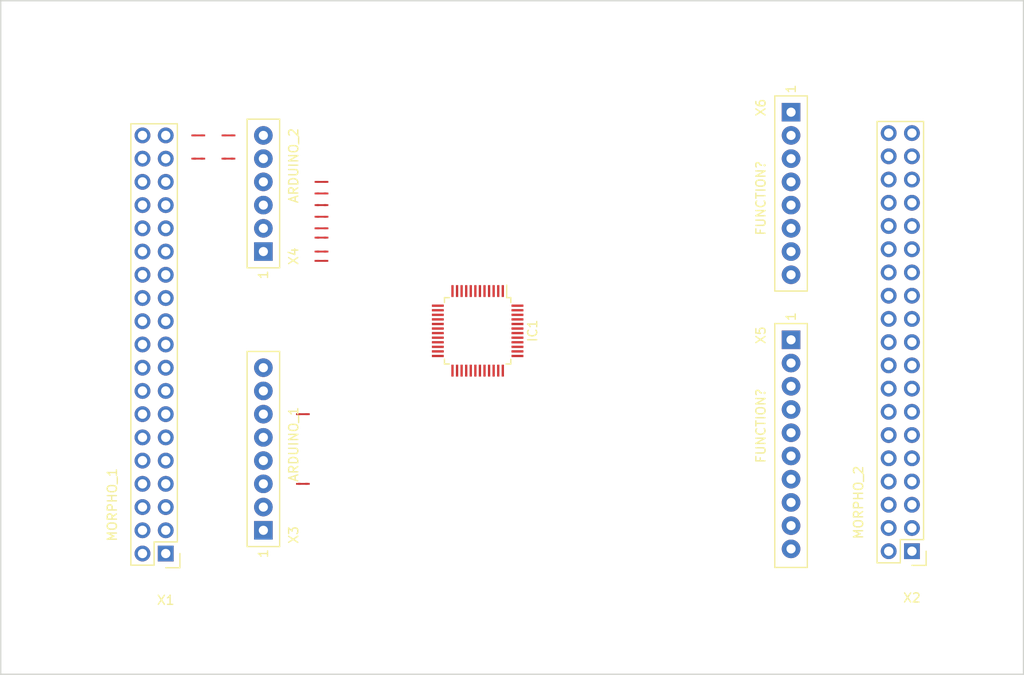
<source format=kicad_pcb>
(kicad_pcb (version 4) (host pcbnew 4.0.4-stable)

  (general
    (links 28)
    (no_connects 28)
    (area 93.904999 83.744999 205.815001 157.555001)
    (thickness 1.6)
    (drawings 4)
    (tracks 0)
    (zones 0)
    (modules 21)
    (nets 24)
  )

  (page A4)
  (layers
    (0 F.Cu signal)
    (31 B.Cu signal)
    (32 B.Adhes user)
    (33 F.Adhes user)
    (34 B.Paste user)
    (35 F.Paste user)
    (36 B.SilkS user)
    (37 F.SilkS user)
    (38 B.Mask user)
    (39 F.Mask user)
    (40 Dwgs.User user)
    (41 Cmts.User user)
    (42 Eco1.User user)
    (43 Eco2.User user)
    (44 Edge.Cuts user)
    (45 Margin user)
    (46 B.CrtYd user)
    (47 F.CrtYd user)
    (48 B.Fab user)
    (49 F.Fab user)
  )

  (setup
    (last_trace_width 0.25)
    (trace_clearance 0.2)
    (zone_clearance 0.508)
    (zone_45_only no)
    (trace_min 0.2)
    (segment_width 0.2)
    (edge_width 0.15)
    (via_size 0.6)
    (via_drill 0.4)
    (via_min_size 0.4)
    (via_min_drill 0.3)
    (uvia_size 0.3)
    (uvia_drill 0.1)
    (uvias_allowed no)
    (uvia_min_size 0.2)
    (uvia_min_drill 0.1)
    (pcb_text_width 0.3)
    (pcb_text_size 1.5 1.5)
    (mod_edge_width 0.15)
    (mod_text_size 1 1)
    (mod_text_width 0.15)
    (pad_size 1.524 1.524)
    (pad_drill 0.762)
    (pad_to_mask_clearance 0.2)
    (aux_axis_origin 0 0)
    (visible_elements FFFFEF7F)
    (pcbplotparams
      (layerselection 0x00030_80000001)
      (usegerberextensions false)
      (excludeedgelayer true)
      (linewidth 0.100000)
      (plotframeref false)
      (viasonmask false)
      (mode 1)
      (useauxorigin false)
      (hpglpennumber 1)
      (hpglpenspeed 20)
      (hpglpendiameter 15)
      (hpglpenoverlay 2)
      (psnegative false)
      (psa4output false)
      (plotreference true)
      (plotvalue true)
      (plotinvisibletext false)
      (padsonsilk false)
      (subtractmaskfromsilk false)
      (outputformat 1)
      (mirror false)
      (drillshape 1)
      (scaleselection 1)
      (outputdirectory ""))
  )

  (net 0 "")
  (net 1 P3V3)
  (net 2 GND)
  (net 3 MCU_RST_N)
  (net 4 MCU_PA0)
  (net 5 MCU_PA1)
  (net 6 MCU_PA4)
  (net 7 MCU_PB0)
  (net 8 MORPHO_RST_N)
  (net 9 MORPHO_PA0)
  (net 10 MORPHO_PA1)
  (net 11 MORPHO_PA4)
  (net 12 MORPHO_PB0)
  (net 13 MORPHO_A4)
  (net 14 MORPHO_ARDU_A4)
  (net 15 MORPHO_A5)
  (net 16 MORPHO_ARDU_A5)
  (net 17 ARDU_RST_N)
  (net 18 ARDU_A0)
  (net 19 ARDU_A1)
  (net 20 ARDU_A2)
  (net 21 ARDU_A3)
  (net 22 ARDU_A4)
  (net 23 ARDU_A5)

  (net_class Default "This is the default net class."
    (clearance 0.2)
    (trace_width 0.25)
    (via_dia 0.6)
    (via_drill 0.4)
    (uvia_dia 0.3)
    (uvia_drill 0.1)
    (add_net ARDU_A0)
    (add_net ARDU_A1)
    (add_net ARDU_A2)
    (add_net ARDU_A3)
    (add_net ARDU_A4)
    (add_net ARDU_A5)
    (add_net ARDU_RST_N)
    (add_net GND)
    (add_net MCU_PA0)
    (add_net MCU_PA1)
    (add_net MCU_PA4)
    (add_net MCU_PB0)
    (add_net MCU_RST_N)
    (add_net MORPHO_A4)
    (add_net MORPHO_A5)
    (add_net MORPHO_ARDU_A4)
    (add_net MORPHO_ARDU_A5)
    (add_net MORPHO_PA0)
    (add_net MORPHO_PA1)
    (add_net MORPHO_PA4)
    (add_net MORPHO_PB0)
    (add_net MORPHO_RST_N)
    (add_net P3V3)
  )

  (module bel_netchanger:N_0.2MM (layer F.Cu) (tedit 585A8500) (tstamp 5874FA3A)
    (at 118.872 98.552 180)
    (descr "NetChanger 0.2MM")
    (tags "NetChanger 0.2MM")
    (path /58751184/5875136E)
    (attr virtual)
    (fp_text reference N707 (at 0 -1.9 180) (layer F.SilkS) hide
      (effects (font (size 1 1) (thickness 0.15)))
    )
    (fp_text value NetChanger (at 0 1.9 180) (layer F.Fab) hide
      (effects (font (size 1 1) (thickness 0.15)))
    )
    (fp_line (start -0.5 0) (end 0.5 0) (layer F.Cu) (width 0.2))
    (pad 1 smd rect (at -0.5 0 180) (size 0.5 0.2) (layers F.Cu)
      (net 23 ARDU_A5))
    (pad 2 smd rect (at 0.5 0 180) (size 0.5 0.2) (layers F.Cu)
      (net 16 MORPHO_ARDU_A5))
  )

  (module bel_netchanger:N_0.2MM (layer F.Cu) (tedit 585A8500) (tstamp 5874FA33)
    (at 118.864 101.092 180)
    (descr "NetChanger 0.2MM")
    (tags "NetChanger 0.2MM")
    (path /58751184/58751367)
    (attr virtual)
    (fp_text reference N706 (at 0 -1.9 180) (layer F.SilkS) hide
      (effects (font (size 1 1) (thickness 0.15)))
    )
    (fp_text value NetChanger (at 0 1.9 180) (layer F.Fab) hide
      (effects (font (size 1 1) (thickness 0.15)))
    )
    (fp_line (start -0.5 0) (end 0.5 0) (layer F.Cu) (width 0.2))
    (pad 1 smd rect (at -0.5 0 180) (size 0.5 0.2) (layers F.Cu)
      (net 22 ARDU_A4))
    (pad 2 smd rect (at 0.5 0 180) (size 0.5 0.2) (layers F.Cu)
      (net 14 MORPHO_ARDU_A4))
  )

  (module bel_netchanger:N_0.2MM (layer F.Cu) (tedit 585A8500) (tstamp 5874FA2C)
    (at 129.032 103.632)
    (descr "NetChanger 0.2MM")
    (tags "NetChanger 0.2MM")
    (path /58751184/58751360)
    (attr virtual)
    (fp_text reference N705 (at 0 -1.9) (layer F.SilkS) hide
      (effects (font (size 1 1) (thickness 0.15)))
    )
    (fp_text value NetChanger (at 0 1.9) (layer F.Fab) hide
      (effects (font (size 1 1) (thickness 0.15)))
    )
    (fp_line (start -0.5 0) (end 0.5 0) (layer F.Cu) (width 0.2))
    (pad 1 smd rect (at -0.5 0) (size 0.5 0.2) (layers F.Cu)
      (net 21 ARDU_A3))
    (pad 2 smd rect (at 0.5 0) (size 0.5 0.2) (layers F.Cu)
      (net 7 MCU_PB0))
  )

  (module bel_netchanger:N_0.2MM (layer F.Cu) (tedit 585A8500) (tstamp 5874FA25)
    (at 129.032 106.172)
    (descr "NetChanger 0.2MM")
    (tags "NetChanger 0.2MM")
    (path /58751184/58751359)
    (attr virtual)
    (fp_text reference N704 (at 0 -1.9) (layer F.SilkS) hide
      (effects (font (size 1 1) (thickness 0.15)))
    )
    (fp_text value NetChanger (at 0 1.9) (layer F.Fab) hide
      (effects (font (size 1 1) (thickness 0.15)))
    )
    (fp_line (start -0.5 0) (end 0.5 0) (layer F.Cu) (width 0.2))
    (pad 1 smd rect (at -0.5 0) (size 0.5 0.2) (layers F.Cu)
      (net 20 ARDU_A2))
    (pad 2 smd rect (at 0.5 0) (size 0.5 0.2) (layers F.Cu)
      (net 6 MCU_PA4))
  )

  (module bel_netchanger:N_0.2MM (layer F.Cu) (tedit 585A8500) (tstamp 5874FA1E)
    (at 129.032 108.712)
    (descr "NetChanger 0.2MM")
    (tags "NetChanger 0.2MM")
    (path /58751184/58751352)
    (attr virtual)
    (fp_text reference N703 (at 0 -1.9) (layer F.SilkS) hide
      (effects (font (size 1 1) (thickness 0.15)))
    )
    (fp_text value NetChanger (at 0 1.9) (layer F.Fab) hide
      (effects (font (size 1 1) (thickness 0.15)))
    )
    (fp_line (start -0.5 0) (end 0.5 0) (layer F.Cu) (width 0.2))
    (pad 1 smd rect (at -0.5 0) (size 0.5 0.2) (layers F.Cu)
      (net 19 ARDU_A1))
    (pad 2 smd rect (at 0.5 0) (size 0.5 0.2) (layers F.Cu)
      (net 5 MCU_PA1))
  )

  (module bel_netchanger:N_0.2MM (layer F.Cu) (tedit 585A8500) (tstamp 5874FA17)
    (at 129.032 111.252)
    (descr "NetChanger 0.2MM")
    (tags "NetChanger 0.2MM")
    (path /58751184/5875134B)
    (attr virtual)
    (fp_text reference N702 (at 0 -1.9) (layer F.SilkS) hide
      (effects (font (size 1 1) (thickness 0.15)))
    )
    (fp_text value NetChanger (at 0 1.9) (layer F.Fab) hide
      (effects (font (size 1 1) (thickness 0.15)))
    )
    (fp_line (start -0.5 0) (end 0.5 0) (layer F.Cu) (width 0.2))
    (pad 1 smd rect (at -0.5 0) (size 0.5 0.2) (layers F.Cu)
      (net 18 ARDU_A0))
    (pad 2 smd rect (at 0.5 0) (size 0.5 0.2) (layers F.Cu)
      (net 4 MCU_PA0))
  )

  (module bel_netchanger:N_0.2MM (layer F.Cu) (tedit 585A8500) (tstamp 5874FA10)
    (at 127 136.652)
    (descr "NetChanger 0.2MM")
    (tags "NetChanger 0.2MM")
    (path /58751184/58751344)
    (attr virtual)
    (fp_text reference N701 (at 0 -1.9) (layer F.SilkS) hide
      (effects (font (size 1 1) (thickness 0.15)))
    )
    (fp_text value NetChanger (at 0 1.9) (layer F.Fab) hide
      (effects (font (size 1 1) (thickness 0.15)))
    )
    (fp_line (start -0.5 0) (end 0.5 0) (layer F.Cu) (width 0.2))
    (pad 1 smd rect (at -0.5 0) (size 0.5 0.2) (layers F.Cu)
      (net 17 ARDU_RST_N))
    (pad 2 smd rect (at 0.5 0) (size 0.5 0.2) (layers F.Cu)
      (net 3 MCU_RST_N))
  )

  (module bel_netchanger:N_0.2MM (layer F.Cu) (tedit 585A8500) (tstamp 5874FA09)
    (at 115.57 98.552)
    (descr "NetChanger 0.2MM")
    (tags "NetChanger 0.2MM")
    (path /5875097F/58750DC6)
    (attr virtual)
    (fp_text reference N607 (at 0 -1.9) (layer F.SilkS) hide
      (effects (font (size 1 1) (thickness 0.15)))
    )
    (fp_text value NetChanger (at 0 1.9) (layer F.Fab) hide
      (effects (font (size 1 1) (thickness 0.15)))
    )
    (fp_line (start -0.5 0) (end 0.5 0) (layer F.Cu) (width 0.2))
    (pad 1 smd rect (at -0.5 0) (size 0.5 0.2) (layers F.Cu)
      (net 15 MORPHO_A5))
    (pad 2 smd rect (at 0.5 0) (size 0.5 0.2) (layers F.Cu)
      (net 16 MORPHO_ARDU_A5))
  )

  (module bel_netchanger:N_0.2MM (layer F.Cu) (tedit 585A8500) (tstamp 5874FA02)
    (at 115.57 101.092)
    (descr "NetChanger 0.2MM")
    (tags "NetChanger 0.2MM")
    (path /5875097F/58750DBF)
    (attr virtual)
    (fp_text reference N606 (at 0 -1.9) (layer F.SilkS) hide
      (effects (font (size 1 1) (thickness 0.15)))
    )
    (fp_text value NetChanger (at 0 1.9) (layer F.Fab) hide
      (effects (font (size 1 1) (thickness 0.15)))
    )
    (fp_line (start -0.5 0) (end 0.5 0) (layer F.Cu) (width 0.2))
    (pad 1 smd rect (at -0.5 0) (size 0.5 0.2) (layers F.Cu)
      (net 13 MORPHO_A4))
    (pad 2 smd rect (at 0.5 0) (size 0.5 0.2) (layers F.Cu)
      (net 14 MORPHO_ARDU_A4))
  )

  (module bel_netchanger:N_0.2MM (layer F.Cu) (tedit 585A8500) (tstamp 5874F9FB)
    (at 129.032 104.902)
    (descr "NetChanger 0.2MM")
    (tags "NetChanger 0.2MM")
    (path /5875097F/58750DB8)
    (attr virtual)
    (fp_text reference N605 (at 0 -1.9) (layer F.SilkS) hide
      (effects (font (size 1 1) (thickness 0.15)))
    )
    (fp_text value NetChanger (at 0 1.9) (layer F.Fab) hide
      (effects (font (size 1 1) (thickness 0.15)))
    )
    (fp_line (start -0.5 0) (end 0.5 0) (layer F.Cu) (width 0.2))
    (pad 1 smd rect (at -0.5 0) (size 0.5 0.2) (layers F.Cu)
      (net 12 MORPHO_PB0))
    (pad 2 smd rect (at 0.5 0) (size 0.5 0.2) (layers F.Cu)
      (net 7 MCU_PB0))
  )

  (module bel_netchanger:N_0.2MM (layer F.Cu) (tedit 585A8500) (tstamp 5874F9F4)
    (at 129.032 107.442)
    (descr "NetChanger 0.2MM")
    (tags "NetChanger 0.2MM")
    (path /5875097F/58750DB1)
    (attr virtual)
    (fp_text reference N604 (at 0 -1.9) (layer F.SilkS) hide
      (effects (font (size 1 1) (thickness 0.15)))
    )
    (fp_text value NetChanger (at 0 1.9) (layer F.Fab) hide
      (effects (font (size 1 1) (thickness 0.15)))
    )
    (fp_line (start -0.5 0) (end 0.5 0) (layer F.Cu) (width 0.2))
    (pad 1 smd rect (at -0.5 0) (size 0.5 0.2) (layers F.Cu)
      (net 11 MORPHO_PA4))
    (pad 2 smd rect (at 0.5 0) (size 0.5 0.2) (layers F.Cu)
      (net 6 MCU_PA4))
  )

  (module bel_netchanger:N_0.2MM (layer F.Cu) (tedit 585A8500) (tstamp 5874F9ED)
    (at 129.032 109.728)
    (descr "NetChanger 0.2MM")
    (tags "NetChanger 0.2MM")
    (path /5875097F/58750DAA)
    (attr virtual)
    (fp_text reference N603 (at 0 -1.9) (layer F.SilkS) hide
      (effects (font (size 1 1) (thickness 0.15)))
    )
    (fp_text value NetChanger (at 0 1.9) (layer F.Fab) hide
      (effects (font (size 1 1) (thickness 0.15)))
    )
    (fp_line (start -0.5 0) (end 0.5 0) (layer F.Cu) (width 0.2))
    (pad 1 smd rect (at -0.5 0) (size 0.5 0.2) (layers F.Cu)
      (net 10 MORPHO_PA1))
    (pad 2 smd rect (at 0.5 0) (size 0.5 0.2) (layers F.Cu)
      (net 5 MCU_PA1))
  )

  (module bel_netchanger:N_0.2MM (layer F.Cu) (tedit 585A8500) (tstamp 5874F9E6)
    (at 129.024 112.268)
    (descr "NetChanger 0.2MM")
    (tags "NetChanger 0.2MM")
    (path /5875097F/58750DA3)
    (attr virtual)
    (fp_text reference N602 (at 0 -1.9) (layer F.SilkS) hide
      (effects (font (size 1 1) (thickness 0.15)))
    )
    (fp_text value NetChanger (at 0 1.9) (layer F.Fab) hide
      (effects (font (size 1 1) (thickness 0.15)))
    )
    (fp_line (start -0.5 0) (end 0.5 0) (layer F.Cu) (width 0.2))
    (pad 1 smd rect (at -0.5 0) (size 0.5 0.2) (layers F.Cu)
      (net 9 MORPHO_PA0))
    (pad 2 smd rect (at 0.5 0) (size 0.5 0.2) (layers F.Cu)
      (net 4 MCU_PA0))
  )

  (module bel_netchanger:N_0.2MM (layer F.Cu) (tedit 585A8500) (tstamp 5874F9DF)
    (at 127 129.032)
    (descr "NetChanger 0.2MM")
    (tags "NetChanger 0.2MM")
    (path /5875097F/58750D9C)
    (attr virtual)
    (fp_text reference N601 (at 0 -1.9) (layer F.SilkS) hide
      (effects (font (size 1 1) (thickness 0.15)))
    )
    (fp_text value NetChanger (at 0 1.9) (layer F.Fab) hide
      (effects (font (size 1 1) (thickness 0.15)))
    )
    (fp_line (start -0.5 0) (end 0.5 0) (layer F.Cu) (width 0.2))
    (pad 1 smd rect (at -0.5 0) (size 0.5 0.2) (layers F.Cu)
      (net 8 MORPHO_RST_N))
    (pad 2 smd rect (at 0.5 0) (size 0.5 0.2) (layers F.Cu)
      (net 3 MCU_RST_N))
  )

  (module bel_ic:LQFP-48_7x7mm_Pitch0.5mm (layer F.Cu) (tedit 54130A77) (tstamp 586AA15E)
    (at 146.094 119.92 270)
    (descr "48 LEAD LQFP 7x7mm (see MICREL LQFP7x7-48LD-PL-1.pdf)")
    (tags "QFP 0.5")
    (path /5865353F/58669817)
    (attr smd)
    (fp_text reference IC1 (at 0 -6 270) (layer F.SilkS)
      (effects (font (size 1 1) (thickness 0.15)))
    )
    (fp_text value STM32F030C6Tx (at 0 6 270) (layer F.Fab)
      (effects (font (size 1 1) (thickness 0.15)))
    )
    (fp_text user %R (at 0 0 270) (layer F.Fab)
      (effects (font (size 1 1) (thickness 0.15)))
    )
    (fp_line (start -2.5 -3.5) (end 3.5 -3.5) (layer F.Fab) (width 0.15))
    (fp_line (start 3.5 -3.5) (end 3.5 3.5) (layer F.Fab) (width 0.15))
    (fp_line (start 3.5 3.5) (end -3.5 3.5) (layer F.Fab) (width 0.15))
    (fp_line (start -3.5 3.5) (end -3.5 -2.5) (layer F.Fab) (width 0.15))
    (fp_line (start -3.5 -2.5) (end -2.5 -3.5) (layer F.Fab) (width 0.15))
    (fp_line (start -5.25 -5.25) (end -5.25 5.25) (layer F.CrtYd) (width 0.05))
    (fp_line (start 5.25 -5.25) (end 5.25 5.25) (layer F.CrtYd) (width 0.05))
    (fp_line (start -5.25 -5.25) (end 5.25 -5.25) (layer F.CrtYd) (width 0.05))
    (fp_line (start -5.25 5.25) (end 5.25 5.25) (layer F.CrtYd) (width 0.05))
    (fp_line (start -3.625 -3.625) (end -3.625 -3.175) (layer F.SilkS) (width 0.15))
    (fp_line (start 3.625 -3.625) (end 3.625 -3.1) (layer F.SilkS) (width 0.15))
    (fp_line (start 3.625 3.625) (end 3.625 3.1) (layer F.SilkS) (width 0.15))
    (fp_line (start -3.625 3.625) (end -3.625 3.1) (layer F.SilkS) (width 0.15))
    (fp_line (start -3.625 -3.625) (end -3.1 -3.625) (layer F.SilkS) (width 0.15))
    (fp_line (start -3.625 3.625) (end -3.1 3.625) (layer F.SilkS) (width 0.15))
    (fp_line (start 3.625 3.625) (end 3.1 3.625) (layer F.SilkS) (width 0.15))
    (fp_line (start 3.625 -3.625) (end 3.1 -3.625) (layer F.SilkS) (width 0.15))
    (fp_line (start -3.625 -3.175) (end -5 -3.175) (layer F.SilkS) (width 0.15))
    (pad 1 smd rect (at -4.35 -2.75 270) (size 1.3 0.25) (layers F.Cu F.Paste F.Mask))
    (pad 2 smd rect (at -4.35 -2.25 270) (size 1.3 0.25) (layers F.Cu F.Paste F.Mask))
    (pad 3 smd rect (at -4.35 -1.75 270) (size 1.3 0.25) (layers F.Cu F.Paste F.Mask))
    (pad 4 smd rect (at -4.35 -1.25 270) (size 1.3 0.25) (layers F.Cu F.Paste F.Mask))
    (pad 5 smd rect (at -4.35 -0.75 270) (size 1.3 0.25) (layers F.Cu F.Paste F.Mask))
    (pad 6 smd rect (at -4.35 -0.25 270) (size 1.3 0.25) (layers F.Cu F.Paste F.Mask))
    (pad 7 smd rect (at -4.35 0.25 270) (size 1.3 0.25) (layers F.Cu F.Paste F.Mask)
      (net 3 MCU_RST_N))
    (pad 8 smd rect (at -4.35 0.75 270) (size 1.3 0.25) (layers F.Cu F.Paste F.Mask))
    (pad 9 smd rect (at -4.35 1.25 270) (size 1.3 0.25) (layers F.Cu F.Paste F.Mask))
    (pad 10 smd rect (at -4.35 1.75 270) (size 1.3 0.25) (layers F.Cu F.Paste F.Mask)
      (net 4 MCU_PA0))
    (pad 11 smd rect (at -4.35 2.25 270) (size 1.3 0.25) (layers F.Cu F.Paste F.Mask)
      (net 5 MCU_PA1))
    (pad 12 smd rect (at -4.35 2.75 270) (size 1.3 0.25) (layers F.Cu F.Paste F.Mask))
    (pad 13 smd rect (at -2.75 4.35) (size 1.3 0.25) (layers F.Cu F.Paste F.Mask))
    (pad 14 smd rect (at -2.25 4.35) (size 1.3 0.25) (layers F.Cu F.Paste F.Mask)
      (net 6 MCU_PA4))
    (pad 15 smd rect (at -1.75 4.35) (size 1.3 0.25) (layers F.Cu F.Paste F.Mask))
    (pad 16 smd rect (at -1.25 4.35) (size 1.3 0.25) (layers F.Cu F.Paste F.Mask))
    (pad 17 smd rect (at -0.75 4.35) (size 1.3 0.25) (layers F.Cu F.Paste F.Mask))
    (pad 18 smd rect (at -0.25 4.35) (size 1.3 0.25) (layers F.Cu F.Paste F.Mask)
      (net 7 MCU_PB0))
    (pad 19 smd rect (at 0.25 4.35) (size 1.3 0.25) (layers F.Cu F.Paste F.Mask))
    (pad 20 smd rect (at 0.75 4.35) (size 1.3 0.25) (layers F.Cu F.Paste F.Mask))
    (pad 21 smd rect (at 1.25 4.35) (size 1.3 0.25) (layers F.Cu F.Paste F.Mask))
    (pad 22 smd rect (at 1.75 4.35) (size 1.3 0.25) (layers F.Cu F.Paste F.Mask))
    (pad 23 smd rect (at 2.25 4.35) (size 1.3 0.25) (layers F.Cu F.Paste F.Mask))
    (pad 24 smd rect (at 2.75 4.35) (size 1.3 0.25) (layers F.Cu F.Paste F.Mask))
    (pad 25 smd rect (at 4.35 2.75 270) (size 1.3 0.25) (layers F.Cu F.Paste F.Mask))
    (pad 26 smd rect (at 4.35 2.25 270) (size 1.3 0.25) (layers F.Cu F.Paste F.Mask))
    (pad 27 smd rect (at 4.35 1.75 270) (size 1.3 0.25) (layers F.Cu F.Paste F.Mask))
    (pad 28 smd rect (at 4.35 1.25 270) (size 1.3 0.25) (layers F.Cu F.Paste F.Mask))
    (pad 29 smd rect (at 4.35 0.75 270) (size 1.3 0.25) (layers F.Cu F.Paste F.Mask))
    (pad 30 smd rect (at 4.35 0.25 270) (size 1.3 0.25) (layers F.Cu F.Paste F.Mask))
    (pad 31 smd rect (at 4.35 -0.25 270) (size 1.3 0.25) (layers F.Cu F.Paste F.Mask))
    (pad 32 smd rect (at 4.35 -0.75 270) (size 1.3 0.25) (layers F.Cu F.Paste F.Mask))
    (pad 33 smd rect (at 4.35 -1.25 270) (size 1.3 0.25) (layers F.Cu F.Paste F.Mask))
    (pad 34 smd rect (at 4.35 -1.75 270) (size 1.3 0.25) (layers F.Cu F.Paste F.Mask))
    (pad 35 smd rect (at 4.35 -2.25 270) (size 1.3 0.25) (layers F.Cu F.Paste F.Mask))
    (pad 36 smd rect (at 4.35 -2.75 270) (size 1.3 0.25) (layers F.Cu F.Paste F.Mask))
    (pad 37 smd rect (at 2.75 -4.35) (size 1.3 0.25) (layers F.Cu F.Paste F.Mask))
    (pad 38 smd rect (at 2.25 -4.35) (size 1.3 0.25) (layers F.Cu F.Paste F.Mask))
    (pad 39 smd rect (at 1.75 -4.35) (size 1.3 0.25) (layers F.Cu F.Paste F.Mask))
    (pad 40 smd rect (at 1.25 -4.35) (size 1.3 0.25) (layers F.Cu F.Paste F.Mask))
    (pad 41 smd rect (at 0.75 -4.35) (size 1.3 0.25) (layers F.Cu F.Paste F.Mask))
    (pad 42 smd rect (at 0.25 -4.35) (size 1.3 0.25) (layers F.Cu F.Paste F.Mask))
    (pad 43 smd rect (at -0.25 -4.35) (size 1.3 0.25) (layers F.Cu F.Paste F.Mask))
    (pad 44 smd rect (at -0.75 -4.35) (size 1.3 0.25) (layers F.Cu F.Paste F.Mask))
    (pad 45 smd rect (at -1.25 -4.35) (size 1.3 0.25) (layers F.Cu F.Paste F.Mask))
    (pad 46 smd rect (at -1.75 -4.35) (size 1.3 0.25) (layers F.Cu F.Paste F.Mask))
    (pad 47 smd rect (at -2.25 -4.35) (size 1.3 0.25) (layers F.Cu F.Paste F.Mask))
    (pad 48 smd rect (at -2.75 -4.35) (size 1.3 0.25) (layers F.Cu F.Paste F.Mask))
    (model Housings_QFP.3dshapes/LQFP-48_7x7mm_Pitch0.5mm.wrl
      (at (xyz 0 0 0))
      (scale (xyz 1 1 1))
      (rotate (xyz 0 0 0))
    )
  )

  (module bel_connectors_and_jumpers:X_PAC_T_MALE_2X19_VERTICAL_GRID_2.54MM (layer F.Cu) (tedit 5874F983) (tstamp 586AA1C5)
    (at 112.014 144.272 180)
    (descr "Through hole pin header")
    (tags "pin header")
    (path /586E32EE/58668962)
    (fp_text reference X1 (at 0 -5.1 180) (layer F.SilkS)
      (effects (font (size 1 1) (thickness 0.15)))
    )
    (fp_text value FEMALE_02X19 (at 0 -3.1 180) (layer F.Fab)
      (effects (font (size 1 1) (thickness 0.15)))
    )
    (fp_text user MORPHO_1 (at 5.842 5.334 270) (layer F.SilkS)
      (effects (font (size 1 1) (thickness 0.15)))
    )
    (fp_line (start -1.75 -1.75) (end -1.75 47.5) (layer F.CrtYd) (width 0.05))
    (fp_line (start 4.3 -1.75) (end 4.3 47.5) (layer F.CrtYd) (width 0.05))
    (fp_line (start -1.75 -1.75) (end 4.3 -1.75) (layer F.CrtYd) (width 0.05))
    (fp_line (start -1.75 47.5) (end 4.3 47.5) (layer F.CrtYd) (width 0.05))
    (fp_line (start 3.81 -1.27) (end 3.81 46.99) (layer F.SilkS) (width 0.15))
    (fp_line (start -1.27 46.99) (end -1.27 1.27) (layer F.SilkS) (width 0.15))
    (fp_line (start 3.81 46.99) (end -1.27 46.99) (layer F.SilkS) (width 0.15))
    (fp_line (start 3.81 -1.27) (end 1.27 -1.27) (layer F.SilkS) (width 0.15))
    (fp_line (start 0 -1.55) (end -1.55 -1.55) (layer F.SilkS) (width 0.15))
    (fp_line (start 1.27 -1.27) (end 1.27 1.27) (layer F.SilkS) (width 0.15))
    (fp_line (start 1.27 1.27) (end -1.27 1.27) (layer F.SilkS) (width 0.15))
    (fp_line (start -1.55 -1.55) (end -1.55 0) (layer F.SilkS) (width 0.15))
    (pad 1 thru_hole rect (at 0 0 180) (size 1.7272 1.7272) (drill 1.016) (layers *.Cu *.Mask))
    (pad 2 thru_hole oval (at 2.54 0 180) (size 1.7272 1.7272) (drill 1.016) (layers *.Cu *.Mask))
    (pad 3 thru_hole oval (at 0 2.54 180) (size 1.7272 1.7272) (drill 1.016) (layers *.Cu *.Mask))
    (pad 4 thru_hole oval (at 2.54 2.54 180) (size 1.7272 1.7272) (drill 1.016) (layers *.Cu *.Mask))
    (pad 5 thru_hole oval (at 0 5.08 180) (size 1.7272 1.7272) (drill 1.016) (layers *.Cu *.Mask))
    (pad 6 thru_hole oval (at 2.54 5.08 180) (size 1.7272 1.7272) (drill 1.016) (layers *.Cu *.Mask))
    (pad 7 thru_hole oval (at 0 7.62 180) (size 1.7272 1.7272) (drill 1.016) (layers *.Cu *.Mask))
    (pad 8 thru_hole oval (at 2.54 7.62 180) (size 1.7272 1.7272) (drill 1.016) (layers *.Cu *.Mask))
    (pad 9 thru_hole oval (at 0 10.16 180) (size 1.7272 1.7272) (drill 1.016) (layers *.Cu *.Mask))
    (pad 10 thru_hole oval (at 2.54 10.16 180) (size 1.7272 1.7272) (drill 1.016) (layers *.Cu *.Mask))
    (pad 11 thru_hole oval (at 0 12.7 180) (size 1.7272 1.7272) (drill 1.016) (layers *.Cu *.Mask))
    (pad 12 thru_hole oval (at 2.54 12.7 180) (size 1.7272 1.7272) (drill 1.016) (layers *.Cu *.Mask))
    (pad 13 thru_hole oval (at 0 15.24 180) (size 1.7272 1.7272) (drill 1.016) (layers *.Cu *.Mask))
    (pad 14 thru_hole oval (at 2.54 15.24 180) (size 1.7272 1.7272) (drill 1.016) (layers *.Cu *.Mask)
      (net 8 MORPHO_RST_N))
    (pad 15 thru_hole oval (at 0 17.78 180) (size 1.7272 1.7272) (drill 1.016) (layers *.Cu *.Mask))
    (pad 16 thru_hole oval (at 2.54 17.78 180) (size 1.7272 1.7272) (drill 1.016) (layers *.Cu *.Mask))
    (pad 17 thru_hole oval (at 0 20.32 180) (size 1.7272 1.7272) (drill 1.016) (layers *.Cu *.Mask))
    (pad 18 thru_hole oval (at 2.54 20.32 180) (size 1.7272 1.7272) (drill 1.016) (layers *.Cu *.Mask))
    (pad 19 thru_hole oval (at 0 22.86 180) (size 1.7272 1.7272) (drill 1.016) (layers *.Cu *.Mask))
    (pad 20 thru_hole oval (at 2.54 22.86 180) (size 1.7272 1.7272) (drill 1.016) (layers *.Cu *.Mask))
    (pad 21 thru_hole oval (at 0 25.4 180) (size 1.7272 1.7272) (drill 1.016) (layers *.Cu *.Mask))
    (pad 22 thru_hole oval (at 2.54 25.4 180) (size 1.7272 1.7272) (drill 1.016) (layers *.Cu *.Mask))
    (pad 23 thru_hole oval (at 0 27.94 180) (size 1.7272 1.7272) (drill 1.016) (layers *.Cu *.Mask))
    (pad 24 thru_hole oval (at 2.54 27.94 180) (size 1.7272 1.7272) (drill 1.016) (layers *.Cu *.Mask))
    (pad 25 thru_hole oval (at 0 30.48 180) (size 1.7272 1.7272) (drill 1.016) (layers *.Cu *.Mask))
    (pad 26 thru_hole oval (at 2.54 30.48 180) (size 1.7272 1.7272) (drill 1.016) (layers *.Cu *.Mask))
    (pad 27 thru_hole oval (at 0 33.02 180) (size 1.7272 1.7272) (drill 1.016) (layers *.Cu *.Mask))
    (pad 28 thru_hole oval (at 2.54 33.02 180) (size 1.7272 1.7272) (drill 1.016) (layers *.Cu *.Mask)
      (net 9 MORPHO_PA0))
    (pad 29 thru_hole oval (at 0 35.56 180) (size 1.7272 1.7272) (drill 1.016) (layers *.Cu *.Mask))
    (pad 30 thru_hole oval (at 2.54 35.56 180) (size 1.7272 1.7272) (drill 1.016) (layers *.Cu *.Mask)
      (net 10 MORPHO_PA1))
    (pad 31 thru_hole oval (at 0 38.1 180) (size 1.7272 1.7272) (drill 1.016) (layers *.Cu *.Mask))
    (pad 32 thru_hole oval (at 2.54 38.1 180) (size 1.7272 1.7272) (drill 1.016) (layers *.Cu *.Mask)
      (net 11 MORPHO_PA4))
    (pad 33 thru_hole oval (at 0 40.64 180) (size 1.7272 1.7272) (drill 1.016) (layers *.Cu *.Mask))
    (pad 34 thru_hole oval (at 2.54 40.64 180) (size 1.7272 1.7272) (drill 1.016) (layers *.Cu *.Mask)
      (net 12 MORPHO_PB0))
    (pad 35 thru_hole oval (at 0 43.18 180) (size 1.7272 1.7272) (drill 1.016) (layers *.Cu *.Mask))
    (pad 36 thru_hole oval (at 2.54 43.18 180) (size 1.7272 1.7272) (drill 1.016) (layers *.Cu *.Mask)
      (net 13 MORPHO_A4))
    (pad 37 thru_hole oval (at 0 45.72 180) (size 1.7272 1.7272) (drill 1.016) (layers *.Cu *.Mask))
    (pad 38 thru_hole oval (at 2.54 45.72 180) (size 1.7272 1.7272) (drill 1.016) (layers *.Cu *.Mask)
      (net 15 MORPHO_A5))
    (model Pin_Headers.3dshapes/Pin_Header_Straight_2x19.wrl
      (at (xyz 0.05 -0.9 0))
      (scale (xyz 1 1 1))
      (rotate (xyz 0 0 90))
    )
  )

  (module bel_connectors_and_jumpers:X_PAC_T_MALE_2X19_VERTICAL_GRID_2.54MM (layer F.Cu) (tedit 5874F9B4) (tstamp 586AA1FB)
    (at 193.548 144.018 180)
    (descr "Through hole pin header")
    (tags "pin header")
    (path /586E32EE/58668A24)
    (fp_text reference X2 (at 0 -5.1 180) (layer F.SilkS)
      (effects (font (size 1 1) (thickness 0.15)))
    )
    (fp_text value FEMALE_02X19 (at 0 -3.1 180) (layer F.Fab)
      (effects (font (size 1 1) (thickness 0.15)))
    )
    (fp_text user MORPHO_2 (at 5.842 5.334 270) (layer F.SilkS)
      (effects (font (size 1 1) (thickness 0.15)))
    )
    (fp_line (start -1.75 -1.75) (end -1.75 47.5) (layer F.CrtYd) (width 0.05))
    (fp_line (start 4.3 -1.75) (end 4.3 47.5) (layer F.CrtYd) (width 0.05))
    (fp_line (start -1.75 -1.75) (end 4.3 -1.75) (layer F.CrtYd) (width 0.05))
    (fp_line (start -1.75 47.5) (end 4.3 47.5) (layer F.CrtYd) (width 0.05))
    (fp_line (start 3.81 -1.27) (end 3.81 46.99) (layer F.SilkS) (width 0.15))
    (fp_line (start -1.27 46.99) (end -1.27 1.27) (layer F.SilkS) (width 0.15))
    (fp_line (start 3.81 46.99) (end -1.27 46.99) (layer F.SilkS) (width 0.15))
    (fp_line (start 3.81 -1.27) (end 1.27 -1.27) (layer F.SilkS) (width 0.15))
    (fp_line (start 0 -1.55) (end -1.55 -1.55) (layer F.SilkS) (width 0.15))
    (fp_line (start 1.27 -1.27) (end 1.27 1.27) (layer F.SilkS) (width 0.15))
    (fp_line (start 1.27 1.27) (end -1.27 1.27) (layer F.SilkS) (width 0.15))
    (fp_line (start -1.55 -1.55) (end -1.55 0) (layer F.SilkS) (width 0.15))
    (pad 1 thru_hole rect (at 0 0 180) (size 1.7272 1.7272) (drill 1.016) (layers *.Cu *.Mask))
    (pad 2 thru_hole oval (at 2.54 0 180) (size 1.7272 1.7272) (drill 1.016) (layers *.Cu *.Mask))
    (pad 3 thru_hole oval (at 0 2.54 180) (size 1.7272 1.7272) (drill 1.016) (layers *.Cu *.Mask))
    (pad 4 thru_hole oval (at 2.54 2.54 180) (size 1.7272 1.7272) (drill 1.016) (layers *.Cu *.Mask))
    (pad 5 thru_hole oval (at 0 5.08 180) (size 1.7272 1.7272) (drill 1.016) (layers *.Cu *.Mask))
    (pad 6 thru_hole oval (at 2.54 5.08 180) (size 1.7272 1.7272) (drill 1.016) (layers *.Cu *.Mask))
    (pad 7 thru_hole oval (at 0 7.62 180) (size 1.7272 1.7272) (drill 1.016) (layers *.Cu *.Mask))
    (pad 8 thru_hole oval (at 2.54 7.62 180) (size 1.7272 1.7272) (drill 1.016) (layers *.Cu *.Mask))
    (pad 9 thru_hole oval (at 0 10.16 180) (size 1.7272 1.7272) (drill 1.016) (layers *.Cu *.Mask))
    (pad 10 thru_hole oval (at 2.54 10.16 180) (size 1.7272 1.7272) (drill 1.016) (layers *.Cu *.Mask))
    (pad 11 thru_hole oval (at 0 12.7 180) (size 1.7272 1.7272) (drill 1.016) (layers *.Cu *.Mask))
    (pad 12 thru_hole oval (at 2.54 12.7 180) (size 1.7272 1.7272) (drill 1.016) (layers *.Cu *.Mask))
    (pad 13 thru_hole oval (at 0 15.24 180) (size 1.7272 1.7272) (drill 1.016) (layers *.Cu *.Mask))
    (pad 14 thru_hole oval (at 2.54 15.24 180) (size 1.7272 1.7272) (drill 1.016) (layers *.Cu *.Mask))
    (pad 15 thru_hole oval (at 0 17.78 180) (size 1.7272 1.7272) (drill 1.016) (layers *.Cu *.Mask))
    (pad 16 thru_hole oval (at 2.54 17.78 180) (size 1.7272 1.7272) (drill 1.016) (layers *.Cu *.Mask))
    (pad 17 thru_hole oval (at 0 20.32 180) (size 1.7272 1.7272) (drill 1.016) (layers *.Cu *.Mask))
    (pad 18 thru_hole oval (at 2.54 20.32 180) (size 1.7272 1.7272) (drill 1.016) (layers *.Cu *.Mask))
    (pad 19 thru_hole oval (at 0 22.86 180) (size 1.7272 1.7272) (drill 1.016) (layers *.Cu *.Mask))
    (pad 20 thru_hole oval (at 2.54 22.86 180) (size 1.7272 1.7272) (drill 1.016) (layers *.Cu *.Mask))
    (pad 21 thru_hole oval (at 0 25.4 180) (size 1.7272 1.7272) (drill 1.016) (layers *.Cu *.Mask))
    (pad 22 thru_hole oval (at 2.54 25.4 180) (size 1.7272 1.7272) (drill 1.016) (layers *.Cu *.Mask))
    (pad 23 thru_hole oval (at 0 27.94 180) (size 1.7272 1.7272) (drill 1.016) (layers *.Cu *.Mask))
    (pad 24 thru_hole oval (at 2.54 27.94 180) (size 1.7272 1.7272) (drill 1.016) (layers *.Cu *.Mask))
    (pad 25 thru_hole oval (at 0 30.48 180) (size 1.7272 1.7272) (drill 1.016) (layers *.Cu *.Mask))
    (pad 26 thru_hole oval (at 2.54 30.48 180) (size 1.7272 1.7272) (drill 1.016) (layers *.Cu *.Mask))
    (pad 27 thru_hole oval (at 0 33.02 180) (size 1.7272 1.7272) (drill 1.016) (layers *.Cu *.Mask))
    (pad 28 thru_hole oval (at 2.54 33.02 180) (size 1.7272 1.7272) (drill 1.016) (layers *.Cu *.Mask))
    (pad 29 thru_hole oval (at 0 35.56 180) (size 1.7272 1.7272) (drill 1.016) (layers *.Cu *.Mask))
    (pad 30 thru_hole oval (at 2.54 35.56 180) (size 1.7272 1.7272) (drill 1.016) (layers *.Cu *.Mask))
    (pad 31 thru_hole oval (at 0 38.1 180) (size 1.7272 1.7272) (drill 1.016) (layers *.Cu *.Mask))
    (pad 32 thru_hole oval (at 2.54 38.1 180) (size 1.7272 1.7272) (drill 1.016) (layers *.Cu *.Mask))
    (pad 33 thru_hole oval (at 0 40.64 180) (size 1.7272 1.7272) (drill 1.016) (layers *.Cu *.Mask))
    (pad 34 thru_hole oval (at 2.54 40.64 180) (size 1.7272 1.7272) (drill 1.016) (layers *.Cu *.Mask))
    (pad 35 thru_hole oval (at 0 43.18 180) (size 1.7272 1.7272) (drill 1.016) (layers *.Cu *.Mask))
    (pad 36 thru_hole oval (at 2.54 43.18 180) (size 1.7272 1.7272) (drill 1.016) (layers *.Cu *.Mask))
    (pad 37 thru_hole oval (at 0 45.72 180) (size 1.7272 1.7272) (drill 1.016) (layers *.Cu *.Mask))
    (pad 38 thru_hole oval (at 2.54 45.72 180) (size 1.7272 1.7272) (drill 1.016) (layers *.Cu *.Mask))
    (model Pin_Headers.3dshapes/Pin_Header_Straight_2x19.wrl
      (at (xyz 0.05 -0.9 0))
      (scale (xyz 1 1 1))
      (rotate (xyz 0 0 90))
    )
  )

  (module bel_connectors_and_jumpers:X_PAC_T_FEMALE_1X8_VERTICAL_GRID_2.54MM (layer F.Cu) (tedit 5874F9E7) (tstamp 586AA20D)
    (at 122.682 141.732 90)
    (path /586E2B10/58668C50)
    (fp_text reference X3 (at -0.508 3.302 90) (layer F.SilkS)
      (effects (font (size 1 1) (thickness 0.15)))
    )
    (fp_text value FEMALE_01X08 (at 8.636 -3.556 90) (layer F.Fab)
      (effects (font (size 1 1) (thickness 0.15)))
    )
    (fp_text user 1 (at -2.54 0 90) (layer F.SilkS)
      (effects (font (size 1 1) (thickness 0.15)))
    )
    (fp_text user ARDUINO_1 (at 9.398 3.302 90) (layer F.SilkS)
      (effects (font (size 1 1) (thickness 0.15)))
    )
    (fp_line (start -1.778 1.778) (end -1.778 -1.778) (layer F.SilkS) (width 0.15))
    (fp_line (start 19.558 1.778) (end -1.778 1.778) (layer F.SilkS) (width 0.15))
    (fp_line (start 19.558 -1.778) (end 19.558 1.778) (layer F.SilkS) (width 0.15))
    (fp_line (start -1.778 -1.778) (end 19.558 -1.778) (layer F.SilkS) (width 0.15))
    (pad 1 thru_hole rect (at 0 0 90) (size 2.032 2.032) (drill 1) (layers *.Cu *.Mask))
    (pad 2 thru_hole oval (at 2.54 0 90) (size 2.032 2.032) (drill 1) (layers *.Cu *.Mask)
      (net 1 P3V3))
    (pad 3 thru_hole oval (at 5.08 0 90) (size 2.032 2.032) (drill 1) (layers *.Cu *.Mask)
      (net 17 ARDU_RST_N))
    (pad 4 thru_hole oval (at 7.62 0 90) (size 2.032 2.032) (drill 1) (layers *.Cu *.Mask)
      (net 1 P3V3))
    (pad 5 thru_hole oval (at 10.16 0 90) (size 2.032 2.032) (drill 1) (layers *.Cu *.Mask))
    (pad 6 thru_hole oval (at 12.7 0 90) (size 2.032 2.032) (drill 1) (layers *.Cu *.Mask)
      (net 2 GND))
    (pad 7 thru_hole oval (at 15.24 0 90) (size 2.032 2.032) (drill 1) (layers *.Cu *.Mask)
      (net 2 GND))
    (pad 8 thru_hole oval (at 17.78 0 90) (size 2.032 2.032) (drill 1) (layers *.Cu *.Mask))
  )

  (module bel_connectors_and_jumpers:X_PAC_T_FEMALE_1X6_VERTICAL_GRID_2.54MM (layer F.Cu) (tedit 5874F9D2) (tstamp 586AA21D)
    (at 122.682 111.252 90)
    (path /586E2B10/58668C48)
    (fp_text reference X4 (at -0.508 3.302 90) (layer F.SilkS)
      (effects (font (size 1 1) (thickness 0.15)))
    )
    (fp_text value FEMALE_01X06 (at 5.588 -3.556 90) (layer F.Fab)
      (effects (font (size 1 1) (thickness 0.15)))
    )
    (fp_text user 1 (at -2.54 0 90) (layer F.SilkS)
      (effects (font (size 1 1) (thickness 0.15)))
    )
    (fp_text user ARDUINO_2 (at 9.398 3.302 90) (layer F.SilkS)
      (effects (font (size 1 1) (thickness 0.15)))
    )
    (fp_line (start -1.778 1.778) (end -1.778 -1.778) (layer F.SilkS) (width 0.15))
    (fp_line (start 14.478 1.778) (end -1.778 1.778) (layer F.SilkS) (width 0.15))
    (fp_line (start 14.478 -1.778) (end 14.478 1.778) (layer F.SilkS) (width 0.15))
    (fp_line (start -1.778 -1.778) (end 14.478 -1.778) (layer F.SilkS) (width 0.15))
    (pad 1 thru_hole rect (at 0 0 90) (size 2.032 2.032) (drill 1) (layers *.Cu *.Mask)
      (net 18 ARDU_A0))
    (pad 2 thru_hole oval (at 2.54 0 90) (size 2.032 2.032) (drill 1) (layers *.Cu *.Mask)
      (net 19 ARDU_A1))
    (pad 3 thru_hole oval (at 5.08 0 90) (size 2.032 2.032) (drill 1) (layers *.Cu *.Mask)
      (net 20 ARDU_A2))
    (pad 4 thru_hole oval (at 7.62 0 90) (size 2.032 2.032) (drill 1) (layers *.Cu *.Mask)
      (net 21 ARDU_A3))
    (pad 5 thru_hole oval (at 10.16 0 90) (size 2.032 2.032) (drill 1) (layers *.Cu *.Mask)
      (net 22 ARDU_A4))
    (pad 6 thru_hole oval (at 12.7 0 90) (size 2.032 2.032) (drill 1) (layers *.Cu *.Mask)
      (net 23 ARDU_A5))
  )

  (module bel_connectors_and_jumpers:X_PAC_T_FEMALE_1X10_VERTICAL_GRID_2.54MM (layer F.Cu) (tedit 5874F462) (tstamp 586AA231)
    (at 180.34 120.904 270)
    (path /586E2B10/58668C58)
    (fp_text reference X5 (at -0.508 3.302 270) (layer F.SilkS)
      (effects (font (size 1 1) (thickness 0.15)))
    )
    (fp_text value FEMALE_01X10 (at 11.43 -3.556 270) (layer F.Fab)
      (effects (font (size 1 1) (thickness 0.15)))
    )
    (fp_text user 1 (at -2.54 0 270) (layer F.SilkS)
      (effects (font (size 1 1) (thickness 0.15)))
    )
    (fp_text user FUNCTION? (at 9.398 3.302 270) (layer F.SilkS)
      (effects (font (size 1 1) (thickness 0.15)))
    )
    (fp_line (start -1.778 1.778) (end -1.778 -1.778) (layer F.SilkS) (width 0.15))
    (fp_line (start 24.892 1.778) (end -1.778 1.778) (layer F.SilkS) (width 0.15))
    (fp_line (start 24.892 -1.778) (end 24.892 1.778) (layer F.SilkS) (width 0.15))
    (fp_line (start -1.778 -1.778) (end 24.892 -1.778) (layer F.SilkS) (width 0.15))
    (pad 1 thru_hole rect (at 0 0 270) (size 2.032 2.032) (drill 1) (layers *.Cu *.Mask))
    (pad 2 thru_hole oval (at 2.54 0 270) (size 2.032 2.032) (drill 1) (layers *.Cu *.Mask))
    (pad 3 thru_hole oval (at 5.08 0 270) (size 2.032 2.032) (drill 1) (layers *.Cu *.Mask))
    (pad 4 thru_hole oval (at 7.62 0 270) (size 2.032 2.032) (drill 1) (layers *.Cu *.Mask))
    (pad 5 thru_hole oval (at 10.16 0 270) (size 2.032 2.032) (drill 1) (layers *.Cu *.Mask))
    (pad 6 thru_hole oval (at 12.7 0 270) (size 2.032 2.032) (drill 1) (layers *.Cu *.Mask))
    (pad 7 thru_hole oval (at 15.24 0 270) (size 2.032 2.032) (drill 1) (layers *.Cu *.Mask))
    (pad 8 thru_hole oval (at 17.78 0 270) (size 2.032 2.032) (drill 1) (layers *.Cu *.Mask))
    (pad 9 thru_hole oval (at 20.32 0 270) (size 2.032 2.032) (drill 1) (layers *.Cu *.Mask))
    (pad 10 thru_hole oval (at 22.86 0 270) (size 2.032 2.032) (drill 1) (layers *.Cu *.Mask))
  )

  (module bel_connectors_and_jumpers:X_PAC_T_FEMALE_1X8_VERTICAL_GRID_2.54MM (layer F.Cu) (tedit 5874F4D8) (tstamp 586AA243)
    (at 180.34 96.012 270)
    (path /586E2B10/58668CC3)
    (fp_text reference X6 (at -0.508 3.302 270) (layer F.SilkS)
      (effects (font (size 1 1) (thickness 0.15)))
    )
    (fp_text value FEMALE_01X08 (at 8.636 -3.556 270) (layer F.Fab)
      (effects (font (size 1 1) (thickness 0.15)))
    )
    (fp_text user 1 (at -2.54 0 270) (layer F.SilkS)
      (effects (font (size 1 1) (thickness 0.15)))
    )
    (fp_text user FUNCTION? (at 9.398 3.302 270) (layer F.SilkS)
      (effects (font (size 1 1) (thickness 0.15)))
    )
    (fp_line (start -1.778 1.778) (end -1.778 -1.778) (layer F.SilkS) (width 0.15))
    (fp_line (start 19.558 1.778) (end -1.778 1.778) (layer F.SilkS) (width 0.15))
    (fp_line (start 19.558 -1.778) (end 19.558 1.778) (layer F.SilkS) (width 0.15))
    (fp_line (start -1.778 -1.778) (end 19.558 -1.778) (layer F.SilkS) (width 0.15))
    (pad 1 thru_hole rect (at 0 0 270) (size 2.032 2.032) (drill 1) (layers *.Cu *.Mask))
    (pad 2 thru_hole oval (at 2.54 0 270) (size 2.032 2.032) (drill 1) (layers *.Cu *.Mask))
    (pad 3 thru_hole oval (at 5.08 0 270) (size 2.032 2.032) (drill 1) (layers *.Cu *.Mask))
    (pad 4 thru_hole oval (at 7.62 0 270) (size 2.032 2.032) (drill 1) (layers *.Cu *.Mask))
    (pad 5 thru_hole oval (at 10.16 0 270) (size 2.032 2.032) (drill 1) (layers *.Cu *.Mask))
    (pad 6 thru_hole oval (at 12.7 0 270) (size 2.032 2.032) (drill 1) (layers *.Cu *.Mask))
    (pad 7 thru_hole oval (at 15.24 0 270) (size 2.032 2.032) (drill 1) (layers *.Cu *.Mask))
    (pad 8 thru_hole oval (at 17.78 0 270) (size 2.032 2.032) (drill 1) (layers *.Cu *.Mask))
  )

  (gr_line (start 93.98 157.48) (end 93.98 83.82) (layer Edge.Cuts) (width 0.15))
  (gr_line (start 205.74 157.48) (end 93.98 157.48) (layer Edge.Cuts) (width 0.15))
  (gr_line (start 205.74 83.82) (end 205.74 157.48) (layer Edge.Cuts) (width 0.15))
  (gr_line (start 93.98 83.82) (end 205.74 83.82) (layer Edge.Cuts) (width 0.15))

)

</source>
